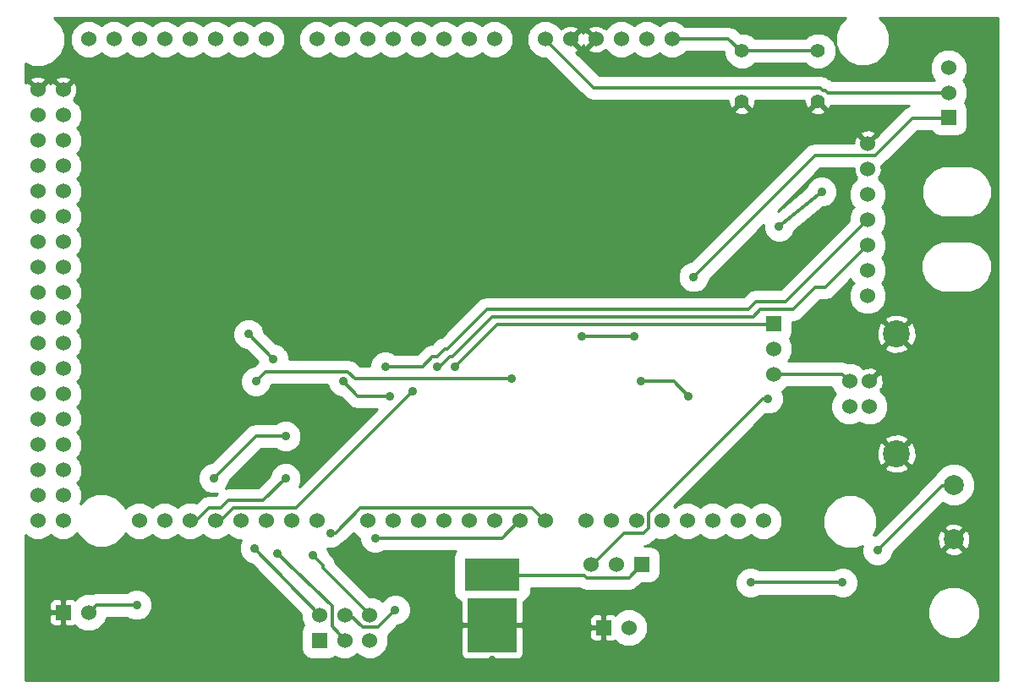
<source format=gbl>
G04 (created by PCBNEW-RS274X (2011-nov-30)-testing) date Mon 11 Jun 2012 06:12:24 PM EDT*
%MOIN*%
G04 Gerber Fmt 3.4, Leading zero omitted, Abs format*
%FSLAX34Y34*%
G01*
G70*
G90*
G04 APERTURE LIST*
%ADD10C,0.006*%
%ADD11R,0.06X0.06*%
%ADD12C,0.06*%
%ADD13C,0.0787*%
%ADD14R,0.1968X0.2165*%
%ADD15R,0.2165X0.1298*%
%ADD16C,0.1063*%
%ADD17C,0.055*%
%ADD18C,0.035*%
%ADD19C,0.012*%
%ADD20C,0.014*%
%ADD21C,0.01*%
G04 APERTURE END LIST*
G54D10*
G54D11*
X12238Y2173D03*
G54D12*
X13218Y2173D03*
X14198Y2173D03*
X13218Y3157D03*
X12238Y3157D03*
X14202Y3157D03*
G54D13*
X37218Y6140D03*
X37218Y8305D03*
G54D12*
X33825Y15756D03*
X33826Y16757D03*
X33826Y17757D03*
X33826Y18757D03*
X33826Y19757D03*
X33826Y20757D03*
X33826Y21757D03*
G54D11*
X37018Y22781D03*
G54D12*
X37018Y23765D03*
X37018Y24749D03*
X12118Y6874D03*
X11118Y6874D03*
X10118Y6874D03*
X9118Y6874D03*
X8118Y6874D03*
X7118Y6874D03*
X6118Y6874D03*
X5118Y6874D03*
X3118Y25874D03*
X4118Y25874D03*
X5118Y25874D03*
X6118Y25874D03*
X10118Y25874D03*
X12118Y25874D03*
X13118Y25874D03*
X9118Y25874D03*
X8118Y25874D03*
X7118Y25874D03*
X14118Y25874D03*
X15118Y25874D03*
X16118Y25874D03*
X19118Y25874D03*
X18118Y25874D03*
X17118Y25874D03*
X21118Y25875D03*
X22118Y25874D03*
X23118Y25874D03*
X25118Y25874D03*
X26118Y25874D03*
X14118Y6874D03*
X15118Y6874D03*
X16118Y6874D03*
X17118Y6874D03*
X18118Y6874D03*
X19118Y6874D03*
X20118Y6874D03*
X21118Y6874D03*
X22718Y6874D03*
X23718Y6874D03*
X24718Y6874D03*
X25718Y6874D03*
X26718Y6874D03*
X27718Y6874D03*
X28718Y6874D03*
X29718Y6874D03*
X24118Y25874D03*
X2118Y7874D03*
X1118Y7874D03*
X2118Y8874D03*
X1118Y8874D03*
X2118Y9874D03*
X1118Y9874D03*
X2118Y10874D03*
X1118Y10874D03*
X2118Y6874D03*
X1118Y6874D03*
X1118Y11874D03*
X2118Y11874D03*
X2118Y12874D03*
X1118Y12874D03*
X2118Y13874D03*
X1118Y13874D03*
X2118Y14874D03*
X1118Y14874D03*
X2118Y15874D03*
X1118Y15874D03*
X2118Y16874D03*
X1118Y16874D03*
X2118Y17874D03*
X1118Y17874D03*
X2118Y18874D03*
X1118Y18874D03*
X2118Y19874D03*
X1118Y19874D03*
X2118Y20874D03*
X1118Y20874D03*
X2118Y21874D03*
X1118Y21874D03*
X2118Y22874D03*
X1118Y22874D03*
X2118Y23874D03*
X1118Y23874D03*
G54D11*
X23418Y2665D03*
G54D12*
X24418Y2665D03*
G54D14*
X19018Y2766D03*
G54D15*
X19018Y4765D03*
G54D12*
X33110Y12390D03*
X33110Y11390D03*
X33897Y11390D03*
X33897Y12390D03*
G54D16*
X34960Y14252D03*
X34960Y9528D03*
G54D11*
X2118Y3265D03*
G54D12*
X3118Y3265D03*
G54D11*
X30118Y14665D03*
G54D12*
X30118Y13665D03*
X30118Y12665D03*
G54D11*
X24918Y5165D03*
G54D12*
X23918Y5165D03*
X22918Y5165D03*
G54D17*
X28868Y23415D03*
X28868Y25415D03*
X31868Y23415D03*
X31868Y25415D03*
G54D18*
X24902Y12379D03*
X29214Y4441D03*
X34212Y5715D03*
X26764Y11791D03*
X32840Y4441D03*
X8046Y8557D03*
X10888Y10223D03*
X17552Y12967D03*
X13142Y12379D03*
X15004Y11791D03*
X5008Y3559D03*
X30335Y18484D03*
X32008Y19862D03*
X14416Y6205D03*
X11966Y5519D03*
X12652Y6401D03*
X15200Y3363D03*
X10551Y5590D03*
X10398Y13261D03*
X9418Y14241D03*
X16866Y12967D03*
X15886Y11987D03*
X10888Y8557D03*
X14808Y12967D03*
X29900Y11693D03*
X9665Y5787D03*
X26960Y16495D03*
X22550Y14143D03*
X9712Y12379D03*
X24608Y14143D03*
X19806Y12477D03*
X20590Y1850D03*
X11732Y8937D03*
X8976Y8425D03*
X30827Y21437D03*
G54D19*
X37250Y8263D02*
X37218Y8305D01*
X26176Y12379D02*
X24902Y12379D01*
X36760Y8263D02*
X37250Y8263D01*
X34212Y5715D02*
X36760Y8263D01*
X29214Y4441D02*
X32840Y4441D01*
X26764Y11791D02*
X26176Y12379D01*
X3118Y3265D02*
X3146Y3265D01*
X3146Y3265D02*
X3440Y3559D01*
X9712Y10223D02*
X10888Y10223D01*
X30096Y14633D02*
X30118Y14665D01*
X19218Y14633D02*
X30096Y14633D01*
X17552Y12967D02*
X19218Y14633D01*
X3440Y3559D02*
X5008Y3559D01*
X8046Y8557D02*
X9712Y10223D01*
X13142Y12379D02*
X13730Y11791D01*
X13730Y11791D02*
X15004Y11791D01*
X32008Y19862D02*
X30335Y18484D01*
X32840Y12673D02*
X30096Y12673D01*
X33110Y12390D02*
X33134Y12379D01*
X30096Y12673D02*
X30118Y12665D01*
X33134Y12379D02*
X32840Y12673D01*
X20100Y6891D02*
X19414Y6205D01*
X19414Y6205D02*
X14416Y6205D01*
X20118Y6874D02*
X20100Y6891D01*
X12358Y5029D02*
X14220Y3167D01*
X20590Y7381D02*
X13828Y7381D01*
X11966Y5519D02*
X12358Y5127D01*
X12848Y6401D02*
X12652Y6401D01*
X21118Y6874D02*
X21080Y6891D01*
X12358Y5127D02*
X12358Y5029D01*
X14220Y3167D02*
X14202Y3157D01*
X13828Y7381D02*
X12848Y6401D01*
X21080Y6891D02*
X20590Y7381D01*
X13240Y3167D02*
X13218Y3157D01*
X14514Y2677D02*
X13926Y2677D01*
X15200Y3363D02*
X14514Y2677D01*
X13436Y3167D02*
X13240Y3167D01*
X13926Y2677D02*
X13436Y3167D01*
X13218Y2173D02*
X12716Y2736D01*
X12716Y3523D02*
X10551Y5590D01*
X12716Y2736D02*
X12716Y3523D01*
X10398Y13261D02*
X9418Y14241D01*
X19022Y14927D02*
X17454Y13359D01*
X33826Y17757D02*
X33820Y17769D01*
X8830Y7381D02*
X8340Y6891D01*
X29312Y14927D02*
X19022Y14927D01*
X33820Y17769D02*
X32154Y16103D01*
X32154Y16103D02*
X31762Y16103D01*
X29606Y15221D02*
X29312Y14927D01*
X15886Y11987D02*
X11280Y7381D01*
X8340Y6891D02*
X8144Y6891D01*
X17454Y13359D02*
X17356Y13359D01*
X16964Y12967D02*
X16866Y12967D01*
X31762Y16103D02*
X30880Y15221D01*
X8144Y6891D02*
X8118Y6874D01*
X30880Y15221D02*
X29606Y15221D01*
X11280Y7381D02*
X8830Y7381D01*
X17356Y13359D02*
X16964Y12967D01*
X17258Y13653D02*
X17160Y13653D01*
X16278Y12967D02*
X14808Y12967D01*
X29116Y15221D02*
X18826Y15221D01*
X16670Y13359D02*
X16278Y12967D01*
X30586Y15515D02*
X29410Y15515D01*
X29410Y15515D02*
X29116Y15221D01*
X33826Y18757D02*
X33820Y18749D01*
X33820Y18749D02*
X30586Y15515D01*
X17160Y13653D02*
X16866Y13359D01*
X18826Y15221D02*
X17258Y13653D01*
X10888Y8557D02*
X10006Y7675D01*
X7850Y7381D02*
X7360Y6891D01*
X8634Y7675D02*
X8340Y7381D01*
X7164Y6891D02*
X7118Y6874D01*
X10006Y7675D02*
X8634Y7675D01*
X16866Y13359D02*
X16670Y13359D01*
X7360Y6891D02*
X7164Y6891D01*
X8340Y7381D02*
X7850Y7381D01*
X25196Y7185D02*
X29704Y11693D01*
X24216Y6401D02*
X25000Y6401D01*
X22942Y5127D02*
X24216Y6401D01*
X22918Y5165D02*
X22942Y5127D01*
X29704Y11693D02*
X29900Y11693D01*
X25000Y6401D02*
X25196Y6597D01*
X25196Y6597D02*
X25196Y7185D01*
X24902Y5127D02*
X24412Y4637D01*
X24918Y5165D02*
X24902Y5127D01*
X22648Y4735D02*
X19022Y4735D01*
X24412Y4637D02*
X22746Y4637D01*
X19022Y4735D02*
X19018Y4765D01*
X22746Y4637D02*
X22648Y4735D01*
X37054Y22767D02*
X37018Y22781D01*
X31762Y21297D02*
X34114Y21297D01*
X26960Y16495D02*
X31762Y21297D01*
X13632Y12477D02*
X19806Y12477D01*
X13338Y12771D02*
X13632Y12477D01*
X10104Y12771D02*
X13338Y12771D01*
X35584Y22767D02*
X37054Y22767D01*
G54D20*
X12238Y3157D02*
X9665Y5787D01*
G54D19*
X22550Y14143D02*
X24608Y14143D01*
X9712Y12379D02*
X10104Y12771D01*
X34114Y21297D02*
X35584Y22767D01*
X23040Y23943D02*
X31958Y23943D01*
X32154Y23845D02*
X32252Y23747D01*
X21080Y25903D02*
X23040Y23943D01*
X32056Y23845D02*
X32154Y23845D01*
X32252Y23747D02*
X37054Y23747D01*
X37054Y23747D02*
X37018Y23765D01*
X21118Y25875D02*
X21080Y25903D01*
X31958Y23943D02*
X32056Y23845D01*
X28868Y25415D02*
X28822Y25413D01*
X28822Y25413D02*
X28332Y25903D01*
X28332Y25903D02*
X26078Y25903D01*
X26078Y25903D02*
X26118Y25874D01*
X31868Y25415D02*
X31860Y25413D01*
X31860Y25413D02*
X28822Y25413D01*
X28822Y25413D02*
X28868Y25415D01*
G54D10*
G36*
X33897Y20757D02*
X33826Y20686D01*
X33755Y20757D01*
X33793Y20795D01*
X33859Y20795D01*
X33897Y20757D01*
X33897Y20757D01*
G37*
G54D21*
X33897Y20757D02*
X33826Y20686D01*
X33755Y20757D01*
X33793Y20795D01*
X33859Y20795D01*
X33897Y20757D01*
G54D10*
G36*
X38970Y596D02*
X38727Y596D01*
X38727Y19660D01*
X38727Y20062D01*
X38573Y20434D01*
X38289Y20719D01*
X37917Y20874D01*
X37760Y20874D01*
X37515Y20874D01*
X36753Y20874D01*
X36381Y20720D01*
X36096Y20436D01*
X35941Y20064D01*
X35941Y19662D01*
X36095Y19290D01*
X36379Y19005D01*
X36751Y18850D01*
X37153Y18850D01*
X37915Y18850D01*
X38287Y19004D01*
X38572Y19288D01*
X38727Y19660D01*
X38727Y596D01*
X38715Y596D01*
X38715Y16708D01*
X38715Y17110D01*
X38562Y17482D01*
X38277Y17766D01*
X37906Y17921D01*
X37504Y17921D01*
X36740Y17921D01*
X36368Y17768D01*
X36084Y17483D01*
X35929Y17112D01*
X35929Y16710D01*
X36082Y16338D01*
X36367Y16054D01*
X36738Y15899D01*
X37140Y15899D01*
X37904Y15899D01*
X38276Y16052D01*
X38560Y16337D01*
X38715Y16708D01*
X38715Y596D01*
X38250Y596D01*
X38250Y3059D01*
X38250Y3469D01*
X38093Y3848D01*
X38053Y3889D01*
X38053Y8138D01*
X38053Y8470D01*
X37926Y8777D01*
X37692Y9012D01*
X37385Y9140D01*
X37053Y9140D01*
X36746Y9013D01*
X36511Y8779D01*
X36459Y8655D01*
X36458Y8655D01*
X36405Y8618D01*
X35743Y7956D01*
X35743Y9392D01*
X35743Y14116D01*
X35736Y14427D01*
X35632Y14678D01*
X35513Y14734D01*
X35442Y14663D01*
X35442Y14805D01*
X35386Y14924D01*
X35096Y15035D01*
X34785Y15028D01*
X34534Y14924D01*
X34478Y14805D01*
X34960Y14323D01*
X35442Y14805D01*
X35442Y14663D01*
X35031Y14252D01*
X35513Y13770D01*
X35632Y13826D01*
X35743Y14116D01*
X35743Y9392D01*
X35736Y9703D01*
X35632Y9954D01*
X35513Y10010D01*
X35442Y9939D01*
X35442Y10081D01*
X35442Y13699D01*
X34960Y14181D01*
X34889Y14110D01*
X34889Y14252D01*
X34407Y14734D01*
X34288Y14678D01*
X34177Y14388D01*
X34184Y14077D01*
X34288Y13826D01*
X34407Y13770D01*
X34889Y14252D01*
X34889Y14110D01*
X34478Y13699D01*
X34534Y13580D01*
X34824Y13469D01*
X35135Y13476D01*
X35386Y13580D01*
X35442Y13699D01*
X35442Y10081D01*
X35386Y10200D01*
X35096Y10311D01*
X34785Y10304D01*
X34534Y10200D01*
X34478Y10081D01*
X34960Y9599D01*
X35442Y10081D01*
X35442Y9939D01*
X35031Y9528D01*
X35513Y9046D01*
X35632Y9102D01*
X35743Y9392D01*
X35743Y7956D01*
X35442Y7655D01*
X35442Y8975D01*
X34960Y9457D01*
X34889Y9386D01*
X34889Y9528D01*
X34407Y10010D01*
X34288Y9954D01*
X34177Y9664D01*
X34184Y9353D01*
X34288Y9102D01*
X34407Y9046D01*
X34889Y9528D01*
X34889Y9386D01*
X34478Y8975D01*
X34534Y8856D01*
X34824Y8745D01*
X35135Y8752D01*
X35386Y8856D01*
X35442Y8975D01*
X35442Y7655D01*
X34119Y6332D01*
X34090Y6332D01*
X34064Y6322D01*
X34196Y6637D01*
X34196Y7061D01*
X34034Y7453D01*
X33735Y7753D01*
X33343Y7916D01*
X32919Y7916D01*
X32527Y7754D01*
X32227Y7455D01*
X32064Y7063D01*
X32064Y6639D01*
X32226Y6247D01*
X32525Y5947D01*
X32917Y5784D01*
X33341Y5784D01*
X33620Y5900D01*
X33595Y5838D01*
X33595Y5593D01*
X33689Y5366D01*
X33862Y5192D01*
X34089Y5098D01*
X34334Y5098D01*
X34561Y5192D01*
X34735Y5365D01*
X34829Y5592D01*
X34829Y5622D01*
X36787Y7581D01*
X37051Y7470D01*
X37383Y7470D01*
X37690Y7597D01*
X37925Y7831D01*
X38053Y8138D01*
X38053Y3889D01*
X37864Y4078D01*
X37864Y6037D01*
X37855Y6292D01*
X37776Y6483D01*
X37671Y6522D01*
X37600Y6451D01*
X37600Y6593D01*
X37561Y6698D01*
X37321Y6786D01*
X37066Y6777D01*
X36875Y6698D01*
X36836Y6593D01*
X37218Y6211D01*
X37600Y6593D01*
X37600Y6451D01*
X37289Y6140D01*
X37671Y5758D01*
X37776Y5797D01*
X37864Y6037D01*
X37864Y4078D01*
X37803Y4139D01*
X37600Y4224D01*
X37600Y5687D01*
X37218Y6069D01*
X37147Y5998D01*
X37147Y6140D01*
X36765Y6522D01*
X36660Y6483D01*
X36572Y6243D01*
X36581Y5988D01*
X36660Y5797D01*
X36765Y5758D01*
X37147Y6140D01*
X37147Y5998D01*
X36836Y5687D01*
X36875Y5582D01*
X37115Y5494D01*
X37370Y5503D01*
X37561Y5582D01*
X37600Y5687D01*
X37600Y4224D01*
X37424Y4297D01*
X37014Y4297D01*
X36635Y4140D01*
X36344Y3850D01*
X36186Y3471D01*
X36186Y3061D01*
X36343Y2682D01*
X36633Y2391D01*
X37012Y2233D01*
X37422Y2233D01*
X37801Y2390D01*
X38092Y2680D01*
X38250Y3059D01*
X38250Y596D01*
X33457Y596D01*
X33457Y4318D01*
X33457Y4563D01*
X33363Y4790D01*
X33190Y4964D01*
X32963Y5058D01*
X32718Y5058D01*
X32491Y4964D01*
X32469Y4943D01*
X29584Y4943D01*
X29564Y4964D01*
X29337Y5058D01*
X29092Y5058D01*
X28865Y4964D01*
X28691Y4791D01*
X28597Y4564D01*
X28597Y4319D01*
X28691Y4092D01*
X28864Y3918D01*
X29091Y3824D01*
X29336Y3824D01*
X29563Y3918D01*
X29584Y3939D01*
X32469Y3939D01*
X32490Y3918D01*
X32717Y3824D01*
X32962Y3824D01*
X33189Y3918D01*
X33363Y4091D01*
X33457Y4318D01*
X33457Y596D01*
X25160Y596D01*
X25160Y2517D01*
X25160Y2812D01*
X25047Y3085D01*
X24839Y3294D01*
X24566Y3407D01*
X24271Y3407D01*
X23998Y3294D01*
X23869Y3166D01*
X23859Y3176D01*
X23767Y3214D01*
X23530Y3215D01*
X23468Y3153D01*
X23468Y2765D01*
X23468Y2715D01*
X23468Y2615D01*
X23468Y2565D01*
X23468Y2177D01*
X23530Y2115D01*
X23767Y2116D01*
X23859Y2154D01*
X23869Y2165D01*
X23997Y2036D01*
X24270Y1923D01*
X24565Y1923D01*
X24838Y2036D01*
X25047Y2244D01*
X25160Y2517D01*
X25160Y596D01*
X23368Y596D01*
X23368Y2177D01*
X23368Y2615D01*
X23368Y2715D01*
X23368Y3153D01*
X23306Y3215D01*
X23069Y3214D01*
X22977Y3176D01*
X22907Y3106D01*
X22869Y3015D01*
X22869Y2916D01*
X22868Y2777D01*
X22930Y2715D01*
X23368Y2715D01*
X23368Y2615D01*
X22930Y2615D01*
X22868Y2553D01*
X22869Y2414D01*
X22869Y2315D01*
X22907Y2224D01*
X22977Y2154D01*
X23069Y2116D01*
X23306Y2115D01*
X23368Y2177D01*
X23368Y596D01*
X5625Y596D01*
X5625Y3436D01*
X5625Y3681D01*
X5531Y3908D01*
X5358Y4082D01*
X5131Y4176D01*
X4886Y4176D01*
X4659Y4082D01*
X4637Y4061D01*
X3440Y4061D01*
X3248Y4023D01*
X3224Y4007D01*
X2971Y4007D01*
X2698Y3894D01*
X2569Y3766D01*
X2559Y3776D01*
X2467Y3814D01*
X2230Y3815D01*
X2168Y3753D01*
X2168Y3365D01*
X2168Y3315D01*
X2168Y3215D01*
X2168Y3165D01*
X2168Y2777D01*
X2230Y2715D01*
X2467Y2716D01*
X2559Y2754D01*
X2569Y2765D01*
X2697Y2636D01*
X2970Y2523D01*
X3265Y2523D01*
X3538Y2636D01*
X3747Y2844D01*
X3835Y3057D01*
X4637Y3057D01*
X4658Y3036D01*
X4885Y2942D01*
X5130Y2942D01*
X5357Y3036D01*
X5531Y3209D01*
X5625Y3436D01*
X5625Y596D01*
X2068Y596D01*
X2068Y2777D01*
X2068Y3215D01*
X2068Y3315D01*
X2068Y3753D01*
X2006Y3815D01*
X1769Y3814D01*
X1677Y3776D01*
X1607Y3706D01*
X1569Y3615D01*
X1569Y3516D01*
X1568Y3377D01*
X1630Y3315D01*
X2068Y3315D01*
X2068Y3215D01*
X1630Y3215D01*
X1568Y3153D01*
X1569Y3014D01*
X1569Y2915D01*
X1607Y2824D01*
X1677Y2754D01*
X1769Y2716D01*
X2006Y2715D01*
X2068Y2777D01*
X2068Y596D01*
X635Y596D01*
X635Y6308D01*
X697Y6245D01*
X970Y6132D01*
X1265Y6132D01*
X1538Y6245D01*
X1617Y6325D01*
X1697Y6245D01*
X1970Y6132D01*
X2265Y6132D01*
X2538Y6245D01*
X2672Y6379D01*
X2714Y6277D01*
X3013Y5977D01*
X3405Y5814D01*
X3829Y5814D01*
X4221Y5976D01*
X4521Y6275D01*
X4564Y6379D01*
X4697Y6245D01*
X4970Y6132D01*
X5265Y6132D01*
X5538Y6245D01*
X5617Y6325D01*
X5697Y6245D01*
X5970Y6132D01*
X6265Y6132D01*
X6538Y6245D01*
X6617Y6325D01*
X6697Y6245D01*
X6970Y6132D01*
X7265Y6132D01*
X7538Y6245D01*
X7617Y6325D01*
X7697Y6245D01*
X7970Y6132D01*
X8265Y6132D01*
X8538Y6245D01*
X8617Y6325D01*
X8697Y6245D01*
X8970Y6132D01*
X9139Y6132D01*
X9048Y5910D01*
X9048Y5665D01*
X9142Y5438D01*
X9315Y5264D01*
X9542Y5170D01*
X9552Y5170D01*
X11496Y3186D01*
X11496Y3010D01*
X11600Y2759D01*
X11565Y2723D01*
X11497Y2561D01*
X11497Y2386D01*
X11497Y1786D01*
X11564Y1624D01*
X11688Y1500D01*
X11850Y1432D01*
X12025Y1432D01*
X12625Y1432D01*
X12787Y1499D01*
X12821Y1534D01*
X13070Y1431D01*
X13365Y1431D01*
X13638Y1544D01*
X13707Y1614D01*
X13777Y1544D01*
X14050Y1431D01*
X14345Y1431D01*
X14618Y1544D01*
X14827Y1752D01*
X14940Y2025D01*
X14940Y2320D01*
X14918Y2372D01*
X15293Y2746D01*
X15322Y2746D01*
X15549Y2840D01*
X15723Y3013D01*
X15817Y3240D01*
X15817Y3485D01*
X15723Y3712D01*
X15550Y3886D01*
X15323Y3980D01*
X15078Y3980D01*
X14851Y3886D01*
X14686Y3723D01*
X14623Y3786D01*
X14350Y3899D01*
X14198Y3899D01*
X12833Y5264D01*
X12832Y5265D01*
X12822Y5319D01*
X12822Y5320D01*
X12713Y5482D01*
X12583Y5612D01*
X12583Y5641D01*
X12522Y5787D01*
X12529Y5784D01*
X12774Y5784D01*
X13001Y5878D01*
X13102Y5979D01*
X13203Y6046D01*
X13549Y6393D01*
X13697Y6245D01*
X13799Y6203D01*
X13799Y6083D01*
X13893Y5856D01*
X14066Y5682D01*
X14293Y5588D01*
X14538Y5588D01*
X14765Y5682D01*
X14786Y5703D01*
X17602Y5703D01*
X17563Y5664D01*
X17495Y5502D01*
X17495Y5327D01*
X17495Y4029D01*
X17562Y3867D01*
X17686Y3743D01*
X17784Y3702D01*
X17784Y2878D01*
X17846Y2816D01*
X18202Y2816D01*
X18202Y2716D01*
X17846Y2716D01*
X17784Y2654D01*
X17785Y1635D01*
X17823Y1543D01*
X17893Y1473D01*
X17984Y1435D01*
X18083Y1435D01*
X18906Y1434D01*
X18968Y1496D01*
X18968Y1509D01*
X19068Y1509D01*
X19068Y1496D01*
X19130Y1434D01*
X19953Y1435D01*
X20052Y1435D01*
X20143Y1473D01*
X20213Y1543D01*
X20251Y1635D01*
X20252Y2654D01*
X20190Y2716D01*
X19834Y2716D01*
X19834Y2816D01*
X20190Y2816D01*
X20252Y2878D01*
X20251Y3702D01*
X20349Y3742D01*
X20473Y3866D01*
X20541Y4028D01*
X20541Y4203D01*
X20541Y4233D01*
X22464Y4233D01*
X22553Y4174D01*
X22554Y4173D01*
X22746Y4135D01*
X24412Y4135D01*
X24604Y4173D01*
X24767Y4282D01*
X24909Y4424D01*
X25305Y4424D01*
X25467Y4491D01*
X25591Y4615D01*
X25659Y4777D01*
X25659Y4952D01*
X25659Y5552D01*
X25592Y5714D01*
X25468Y5838D01*
X25306Y5906D01*
X25131Y5906D01*
X25035Y5906D01*
X25192Y5937D01*
X25355Y6046D01*
X25478Y6170D01*
X25570Y6132D01*
X25865Y6132D01*
X26138Y6245D01*
X26217Y6325D01*
X26297Y6245D01*
X26570Y6132D01*
X26865Y6132D01*
X27138Y6245D01*
X27217Y6325D01*
X27297Y6245D01*
X27570Y6132D01*
X27865Y6132D01*
X28138Y6245D01*
X28217Y6325D01*
X28297Y6245D01*
X28570Y6132D01*
X28865Y6132D01*
X29138Y6245D01*
X29217Y6325D01*
X29297Y6245D01*
X29570Y6132D01*
X29865Y6132D01*
X30138Y6245D01*
X30347Y6453D01*
X30460Y6726D01*
X30460Y7021D01*
X30347Y7294D01*
X30139Y7503D01*
X29866Y7616D01*
X29571Y7616D01*
X29298Y7503D01*
X29218Y7424D01*
X29139Y7503D01*
X28866Y7616D01*
X28571Y7616D01*
X28298Y7503D01*
X28218Y7424D01*
X28139Y7503D01*
X27866Y7616D01*
X27571Y7616D01*
X27298Y7503D01*
X27218Y7424D01*
X27139Y7503D01*
X26866Y7616D01*
X26571Y7616D01*
X26298Y7503D01*
X26218Y7424D01*
X26181Y7461D01*
X29797Y11076D01*
X30022Y11076D01*
X30249Y11170D01*
X30423Y11343D01*
X30517Y11570D01*
X30517Y11815D01*
X30441Y11997D01*
X30538Y12036D01*
X30673Y12171D01*
X32397Y12171D01*
X32481Y11970D01*
X32560Y11891D01*
X32481Y11811D01*
X32368Y11538D01*
X32368Y11243D01*
X32481Y10970D01*
X32689Y10761D01*
X32962Y10648D01*
X33257Y10648D01*
X33503Y10750D01*
X33749Y10648D01*
X34044Y10648D01*
X34317Y10761D01*
X34526Y10969D01*
X34639Y11242D01*
X34639Y11537D01*
X34526Y11810D01*
X34450Y11887D01*
X34318Y12019D01*
X34317Y12020D01*
X34363Y12065D01*
X34336Y12092D01*
X34377Y12104D01*
X34450Y12309D01*
X34439Y12527D01*
X34377Y12676D01*
X34282Y12705D01*
X33968Y12390D01*
X33897Y12319D01*
X33852Y12364D01*
X33852Y12416D01*
X33897Y12461D01*
X33932Y12496D01*
X34212Y12775D01*
X34183Y12870D01*
X33978Y12943D01*
X33760Y12932D01*
X33659Y12891D01*
X33531Y13019D01*
X33258Y13132D01*
X33039Y13132D01*
X33032Y13137D01*
X32840Y13175D01*
X30677Y13175D01*
X30747Y13244D01*
X30860Y13517D01*
X30860Y13812D01*
X30751Y14076D01*
X30791Y14115D01*
X30859Y14277D01*
X30859Y14452D01*
X30859Y14719D01*
X30880Y14719D01*
X31072Y14757D01*
X31235Y14866D01*
X31970Y15601D01*
X32154Y15601D01*
X32346Y15639D01*
X32509Y15748D01*
X33168Y16408D01*
X33197Y16337D01*
X33276Y16258D01*
X33196Y16177D01*
X33083Y15904D01*
X33083Y15609D01*
X33196Y15336D01*
X33404Y15127D01*
X33677Y15014D01*
X33972Y15014D01*
X34245Y15127D01*
X34454Y15335D01*
X34567Y15608D01*
X34567Y15903D01*
X34454Y16176D01*
X34374Y16256D01*
X34455Y16336D01*
X34568Y16609D01*
X34568Y16904D01*
X34455Y17177D01*
X34375Y17257D01*
X34455Y17336D01*
X34568Y17609D01*
X34568Y17904D01*
X34455Y18177D01*
X34375Y18257D01*
X34455Y18336D01*
X34568Y18609D01*
X34568Y18904D01*
X34455Y19177D01*
X34375Y19257D01*
X34455Y19336D01*
X34568Y19609D01*
X34568Y19904D01*
X34455Y20177D01*
X34247Y20386D01*
X34246Y20387D01*
X34292Y20432D01*
X34265Y20459D01*
X34306Y20471D01*
X34379Y20676D01*
X34368Y20876D01*
X34469Y20942D01*
X35792Y22265D01*
X36330Y22265D01*
X36344Y22232D01*
X36468Y22108D01*
X36630Y22040D01*
X36805Y22040D01*
X37405Y22040D01*
X37567Y22107D01*
X37691Y22231D01*
X37759Y22393D01*
X37759Y22568D01*
X37759Y23168D01*
X37692Y23330D01*
X37656Y23366D01*
X37760Y23617D01*
X37760Y23912D01*
X37647Y24185D01*
X37575Y24257D01*
X37647Y24328D01*
X37760Y24601D01*
X37760Y24896D01*
X37647Y25169D01*
X37439Y25378D01*
X37166Y25491D01*
X36871Y25491D01*
X36598Y25378D01*
X36389Y25170D01*
X36276Y24897D01*
X36276Y24602D01*
X36389Y24329D01*
X36460Y24258D01*
X36452Y24249D01*
X32585Y24249D01*
X32585Y25272D01*
X32585Y25557D01*
X32476Y25821D01*
X32275Y26022D01*
X32011Y26132D01*
X31726Y26132D01*
X31462Y26023D01*
X31354Y25915D01*
X29382Y25915D01*
X29275Y26022D01*
X29011Y26132D01*
X28813Y26132D01*
X28687Y26258D01*
X28524Y26367D01*
X28332Y26405D01*
X26636Y26405D01*
X26539Y26503D01*
X26266Y26616D01*
X25971Y26616D01*
X25698Y26503D01*
X25618Y26424D01*
X25539Y26503D01*
X25266Y26616D01*
X24971Y26616D01*
X24698Y26503D01*
X24618Y26424D01*
X24539Y26503D01*
X24266Y26616D01*
X23971Y26616D01*
X23698Y26503D01*
X23489Y26295D01*
X23488Y26295D01*
X23443Y26340D01*
X23416Y26314D01*
X23404Y26354D01*
X23199Y26427D01*
X22981Y26416D01*
X22832Y26354D01*
X22803Y26259D01*
X23083Y25980D01*
X23118Y25945D01*
X23189Y25874D01*
X23118Y25803D01*
X23047Y25733D01*
X23047Y25874D01*
X22733Y26189D01*
X22638Y26160D01*
X22619Y26109D01*
X22598Y26160D01*
X22503Y26189D01*
X22433Y26119D01*
X22189Y25874D01*
X22503Y25559D01*
X22598Y25588D01*
X22616Y25640D01*
X22638Y25588D01*
X22733Y25559D01*
X23047Y25874D01*
X23047Y25733D01*
X22803Y25489D01*
X22832Y25394D01*
X23037Y25321D01*
X23255Y25332D01*
X23404Y25394D01*
X23416Y25435D01*
X23433Y25418D01*
X23443Y25408D01*
X23489Y25454D01*
X23697Y25245D01*
X23970Y25132D01*
X24265Y25132D01*
X24538Y25245D01*
X24617Y25325D01*
X24697Y25245D01*
X24970Y25132D01*
X25265Y25132D01*
X25538Y25245D01*
X25617Y25325D01*
X25697Y25245D01*
X25970Y25132D01*
X26265Y25132D01*
X26538Y25245D01*
X26694Y25401D01*
X28124Y25401D01*
X28151Y25374D01*
X28151Y25273D01*
X28260Y25009D01*
X28461Y24808D01*
X28725Y24698D01*
X29010Y24698D01*
X29274Y24807D01*
X29378Y24911D01*
X31358Y24911D01*
X31461Y24808D01*
X31725Y24698D01*
X32010Y24698D01*
X32274Y24807D01*
X32475Y25008D01*
X32585Y25272D01*
X32585Y24249D01*
X32435Y24249D01*
X32346Y24309D01*
X32275Y24323D01*
X32150Y24407D01*
X31958Y24445D01*
X23433Y24445D01*
X23248Y24445D01*
X22329Y25364D01*
X22404Y25394D01*
X22433Y25489D01*
X22153Y25768D01*
X22118Y25803D01*
X22047Y25874D01*
X22118Y25945D01*
X22153Y25980D01*
X22433Y26259D01*
X22404Y26354D01*
X22199Y26427D01*
X21981Y26416D01*
X21832Y26354D01*
X21819Y26314D01*
X21793Y26340D01*
X21747Y26295D01*
X21539Y26504D01*
X21266Y26617D01*
X20971Y26617D01*
X20698Y26504D01*
X20489Y26296D01*
X20376Y26023D01*
X20376Y25728D01*
X20489Y25455D01*
X20697Y25246D01*
X20970Y25133D01*
X21140Y25133D01*
X22684Y23589D01*
X22685Y23588D01*
X22847Y23480D01*
X22848Y23479D01*
X23039Y23442D01*
X23040Y23441D01*
X28340Y23441D01*
X28350Y23283D01*
X28408Y23143D01*
X28500Y23118D01*
X28762Y23380D01*
X28797Y23415D01*
X28823Y23441D01*
X28913Y23441D01*
X28939Y23415D01*
X28974Y23380D01*
X29236Y23118D01*
X29328Y23143D01*
X29398Y23339D01*
X29392Y23441D01*
X31340Y23441D01*
X31350Y23283D01*
X31408Y23143D01*
X31500Y23118D01*
X31762Y23380D01*
X31797Y23415D01*
X31803Y23422D01*
X31863Y23382D01*
X31864Y23381D01*
X31933Y23368D01*
X31934Y23368D01*
X32059Y23284D01*
X32060Y23283D01*
X32073Y23281D01*
X32236Y23118D01*
X32328Y23143D01*
X32364Y23245D01*
X35462Y23245D01*
X35392Y23231D01*
X35229Y23122D01*
X35228Y23122D01*
X35228Y23121D01*
X34141Y22034D01*
X34141Y22142D01*
X34112Y22237D01*
X33907Y22310D01*
X33689Y22299D01*
X33540Y22237D01*
X33511Y22142D01*
X33826Y21828D01*
X34141Y22142D01*
X34141Y22034D01*
X33906Y21799D01*
X33713Y21799D01*
X33441Y22072D01*
X33346Y22043D01*
X33273Y21838D01*
X33274Y21799D01*
X32165Y21799D01*
X32165Y23047D01*
X31868Y23344D01*
X31571Y23047D01*
X31596Y22955D01*
X31792Y22885D01*
X32000Y22897D01*
X32140Y22955D01*
X32165Y23047D01*
X32165Y21799D01*
X31762Y21799D01*
X31570Y21761D01*
X31407Y21652D01*
X29165Y19410D01*
X29165Y23047D01*
X28868Y23344D01*
X28571Y23047D01*
X28596Y22955D01*
X28792Y22885D01*
X29000Y22897D01*
X29140Y22955D01*
X29165Y23047D01*
X29165Y19410D01*
X26867Y17112D01*
X26838Y17112D01*
X26611Y17018D01*
X26437Y16845D01*
X26343Y16618D01*
X26343Y16373D01*
X26437Y16146D01*
X26610Y15972D01*
X26837Y15878D01*
X27082Y15878D01*
X27309Y15972D01*
X27483Y16145D01*
X27577Y16372D01*
X27577Y16402D01*
X29718Y18543D01*
X29718Y18362D01*
X29812Y18135D01*
X29985Y17961D01*
X30212Y17867D01*
X30457Y17867D01*
X30684Y17961D01*
X30858Y18134D01*
X30940Y18334D01*
X32046Y19245D01*
X32130Y19245D01*
X32357Y19339D01*
X32531Y19512D01*
X32625Y19739D01*
X32625Y19984D01*
X32531Y20211D01*
X32358Y20385D01*
X32131Y20479D01*
X31886Y20479D01*
X31659Y20385D01*
X31485Y20212D01*
X31403Y20016D01*
X30294Y19101D01*
X30276Y19101D01*
X31970Y20795D01*
X33275Y20795D01*
X33284Y20620D01*
X33346Y20471D01*
X33386Y20459D01*
X33360Y20432D01*
X33406Y20386D01*
X33197Y20178D01*
X33084Y19905D01*
X33084Y19610D01*
X33197Y19337D01*
X33276Y19258D01*
X33197Y19178D01*
X33084Y18905D01*
X33084Y18723D01*
X30378Y16017D01*
X29410Y16017D01*
X29218Y15979D01*
X29055Y15870D01*
X29054Y15870D01*
X29054Y15869D01*
X28908Y15723D01*
X19860Y15723D01*
X19860Y25726D01*
X19860Y26021D01*
X19747Y26294D01*
X19539Y26503D01*
X19266Y26616D01*
X18971Y26616D01*
X18698Y26503D01*
X18618Y26424D01*
X18539Y26503D01*
X18266Y26616D01*
X17971Y26616D01*
X17698Y26503D01*
X17618Y26424D01*
X17539Y26503D01*
X17266Y26616D01*
X16971Y26616D01*
X16698Y26503D01*
X16618Y26424D01*
X16539Y26503D01*
X16266Y26616D01*
X15971Y26616D01*
X15698Y26503D01*
X15618Y26424D01*
X15539Y26503D01*
X15266Y26616D01*
X14971Y26616D01*
X14698Y26503D01*
X14618Y26424D01*
X14539Y26503D01*
X14266Y26616D01*
X13971Y26616D01*
X13698Y26503D01*
X13618Y26424D01*
X13539Y26503D01*
X13266Y26616D01*
X12971Y26616D01*
X12698Y26503D01*
X12618Y26424D01*
X12539Y26503D01*
X12266Y26616D01*
X11971Y26616D01*
X11698Y26503D01*
X11489Y26295D01*
X11376Y26022D01*
X11376Y25727D01*
X11489Y25454D01*
X11697Y25245D01*
X11970Y25132D01*
X12265Y25132D01*
X12538Y25245D01*
X12617Y25325D01*
X12697Y25245D01*
X12970Y25132D01*
X13265Y25132D01*
X13538Y25245D01*
X13617Y25325D01*
X13697Y25245D01*
X13970Y25132D01*
X14265Y25132D01*
X14538Y25245D01*
X14617Y25325D01*
X14697Y25245D01*
X14970Y25132D01*
X15265Y25132D01*
X15538Y25245D01*
X15617Y25325D01*
X15697Y25245D01*
X15970Y25132D01*
X16265Y25132D01*
X16538Y25245D01*
X16617Y25325D01*
X16697Y25245D01*
X16970Y25132D01*
X17265Y25132D01*
X17538Y25245D01*
X17617Y25325D01*
X17697Y25245D01*
X17970Y25132D01*
X18265Y25132D01*
X18538Y25245D01*
X18617Y25325D01*
X18697Y25245D01*
X18970Y25132D01*
X19265Y25132D01*
X19538Y25245D01*
X19747Y25453D01*
X19860Y25726D01*
X19860Y15723D01*
X18826Y15723D01*
X18633Y15685D01*
X18471Y15576D01*
X17022Y14128D01*
X16968Y14117D01*
X16805Y14008D01*
X16804Y14008D01*
X16804Y14007D01*
X16655Y13859D01*
X16477Y13823D01*
X16315Y13714D01*
X16070Y13469D01*
X15178Y13469D01*
X15158Y13490D01*
X14931Y13584D01*
X14686Y13584D01*
X14459Y13490D01*
X14285Y13317D01*
X14191Y13090D01*
X14191Y12979D01*
X13840Y12979D01*
X13693Y13126D01*
X13530Y13235D01*
X13338Y13273D01*
X11015Y13273D01*
X11015Y13383D01*
X10921Y13610D01*
X10860Y13672D01*
X10860Y25726D01*
X10860Y26021D01*
X10747Y26294D01*
X10539Y26503D01*
X10266Y26616D01*
X9971Y26616D01*
X9698Y26503D01*
X9618Y26424D01*
X9539Y26503D01*
X9266Y26616D01*
X8971Y26616D01*
X8698Y26503D01*
X8618Y26424D01*
X8539Y26503D01*
X8266Y26616D01*
X7971Y26616D01*
X7698Y26503D01*
X7618Y26424D01*
X7539Y26503D01*
X7266Y26616D01*
X6971Y26616D01*
X6698Y26503D01*
X6618Y26424D01*
X6539Y26503D01*
X6266Y26616D01*
X5971Y26616D01*
X5698Y26503D01*
X5618Y26424D01*
X5539Y26503D01*
X5266Y26616D01*
X4971Y26616D01*
X4698Y26503D01*
X4618Y26424D01*
X4539Y26503D01*
X4266Y26616D01*
X3971Y26616D01*
X3698Y26503D01*
X3618Y26424D01*
X3539Y26503D01*
X3266Y26616D01*
X2971Y26616D01*
X2698Y26503D01*
X2489Y26295D01*
X2376Y26022D01*
X2376Y25727D01*
X2489Y25454D01*
X2697Y25245D01*
X2970Y25132D01*
X3265Y25132D01*
X3538Y25245D01*
X3617Y25325D01*
X3697Y25245D01*
X3970Y25132D01*
X4265Y25132D01*
X4538Y25245D01*
X4617Y25325D01*
X4697Y25245D01*
X4970Y25132D01*
X5265Y25132D01*
X5538Y25245D01*
X5617Y25325D01*
X5697Y25245D01*
X5970Y25132D01*
X6265Y25132D01*
X6538Y25245D01*
X6617Y25325D01*
X6697Y25245D01*
X6970Y25132D01*
X7265Y25132D01*
X7538Y25245D01*
X7617Y25325D01*
X7697Y25245D01*
X7970Y25132D01*
X8265Y25132D01*
X8538Y25245D01*
X8617Y25325D01*
X8697Y25245D01*
X8970Y25132D01*
X9265Y25132D01*
X9538Y25245D01*
X9617Y25325D01*
X9697Y25245D01*
X9970Y25132D01*
X10265Y25132D01*
X10538Y25245D01*
X10747Y25453D01*
X10860Y25726D01*
X10860Y13672D01*
X10748Y13784D01*
X10521Y13878D01*
X10491Y13878D01*
X10035Y14334D01*
X10035Y14363D01*
X9941Y14590D01*
X9768Y14764D01*
X9541Y14858D01*
X9296Y14858D01*
X9069Y14764D01*
X8895Y14591D01*
X8801Y14364D01*
X8801Y14119D01*
X8895Y13892D01*
X9068Y13718D01*
X9295Y13624D01*
X9325Y13624D01*
X9781Y13168D01*
X9781Y13148D01*
X9749Y13126D01*
X9619Y12996D01*
X9590Y12996D01*
X9363Y12902D01*
X9189Y12729D01*
X9095Y12502D01*
X9095Y12257D01*
X9189Y12030D01*
X9362Y11856D01*
X9589Y11762D01*
X9834Y11762D01*
X10061Y11856D01*
X10235Y12029D01*
X10329Y12256D01*
X10329Y12269D01*
X12525Y12269D01*
X12525Y12257D01*
X12619Y12030D01*
X12792Y11856D01*
X13019Y11762D01*
X13049Y11762D01*
X13375Y11436D01*
X13537Y11328D01*
X13538Y11327D01*
X13730Y11289D01*
X14478Y11289D01*
X11421Y8233D01*
X11505Y8434D01*
X11505Y8679D01*
X11411Y8906D01*
X11238Y9080D01*
X11011Y9174D01*
X10766Y9174D01*
X10539Y9080D01*
X10365Y8907D01*
X10271Y8680D01*
X10271Y8650D01*
X9798Y8177D01*
X8634Y8177D01*
X8515Y8154D01*
X8569Y8207D01*
X8663Y8434D01*
X8663Y8464D01*
X9920Y9721D01*
X10517Y9721D01*
X10538Y9700D01*
X10765Y9606D01*
X11010Y9606D01*
X11237Y9700D01*
X11411Y9873D01*
X11505Y10100D01*
X11505Y10345D01*
X11411Y10572D01*
X11238Y10746D01*
X11011Y10840D01*
X10766Y10840D01*
X10539Y10746D01*
X10517Y10725D01*
X9712Y10725D01*
X9520Y10687D01*
X9357Y10578D01*
X7953Y9174D01*
X7924Y9174D01*
X7697Y9080D01*
X7523Y8907D01*
X7429Y8680D01*
X7429Y8435D01*
X7523Y8208D01*
X7696Y8034D01*
X7923Y7940D01*
X8168Y7940D01*
X8203Y7955D01*
X8132Y7883D01*
X7850Y7883D01*
X7658Y7845D01*
X7495Y7736D01*
X7494Y7736D01*
X7494Y7735D01*
X7343Y7585D01*
X7266Y7616D01*
X6971Y7616D01*
X6698Y7503D01*
X6618Y7424D01*
X6539Y7503D01*
X6266Y7616D01*
X5971Y7616D01*
X5698Y7503D01*
X5618Y7424D01*
X5539Y7503D01*
X5266Y7616D01*
X4971Y7616D01*
X4698Y7503D01*
X4567Y7374D01*
X4522Y7483D01*
X4223Y7783D01*
X3831Y7946D01*
X3407Y7946D01*
X3015Y7784D01*
X2792Y7562D01*
X2860Y7726D01*
X2860Y8021D01*
X2747Y8294D01*
X2667Y8374D01*
X2747Y8453D01*
X2860Y8726D01*
X2860Y9021D01*
X2747Y9294D01*
X2667Y9374D01*
X2747Y9453D01*
X2860Y9726D01*
X2860Y10021D01*
X2747Y10294D01*
X2667Y10374D01*
X2747Y10453D01*
X2860Y10726D01*
X2860Y11021D01*
X2747Y11294D01*
X2667Y11374D01*
X2747Y11453D01*
X2860Y11726D01*
X2860Y12021D01*
X2747Y12294D01*
X2667Y12374D01*
X2747Y12453D01*
X2860Y12726D01*
X2860Y13021D01*
X2747Y13294D01*
X2667Y13374D01*
X2747Y13453D01*
X2860Y13726D01*
X2860Y14021D01*
X2747Y14294D01*
X2667Y14374D01*
X2747Y14453D01*
X2860Y14726D01*
X2860Y15021D01*
X2747Y15294D01*
X2667Y15374D01*
X2747Y15453D01*
X2860Y15726D01*
X2860Y16021D01*
X2747Y16294D01*
X2667Y16374D01*
X2747Y16453D01*
X2860Y16726D01*
X2860Y17021D01*
X2747Y17294D01*
X2667Y17374D01*
X2747Y17453D01*
X2860Y17726D01*
X2860Y18021D01*
X2747Y18294D01*
X2667Y18374D01*
X2747Y18453D01*
X2860Y18726D01*
X2860Y19021D01*
X2747Y19294D01*
X2667Y19374D01*
X2747Y19453D01*
X2860Y19726D01*
X2860Y20021D01*
X2747Y20294D01*
X2667Y20374D01*
X2747Y20453D01*
X2860Y20726D01*
X2860Y21021D01*
X2747Y21294D01*
X2667Y21374D01*
X2747Y21453D01*
X2860Y21726D01*
X2860Y22021D01*
X2747Y22294D01*
X2667Y22374D01*
X2747Y22453D01*
X2860Y22726D01*
X2860Y23021D01*
X2747Y23294D01*
X2671Y23371D01*
X2539Y23503D01*
X2538Y23504D01*
X2584Y23549D01*
X2557Y23576D01*
X2598Y23588D01*
X2671Y23793D01*
X2660Y24011D01*
X2598Y24160D01*
X2503Y24189D01*
X2433Y24119D01*
X2433Y24259D01*
X2404Y24354D01*
X2199Y24427D01*
X1981Y24416D01*
X1832Y24354D01*
X1803Y24259D01*
X2118Y23945D01*
X2433Y24259D01*
X2433Y24119D01*
X2189Y23874D01*
X2118Y23803D01*
X2047Y23874D01*
X2012Y23909D01*
X1733Y24189D01*
X1638Y24160D01*
X1619Y24109D01*
X1598Y24160D01*
X1503Y24189D01*
X1433Y24119D01*
X1433Y24259D01*
X1404Y24354D01*
X1199Y24427D01*
X981Y24416D01*
X832Y24354D01*
X803Y24259D01*
X1118Y23945D01*
X1433Y24259D01*
X1433Y24119D01*
X1189Y23874D01*
X1118Y23803D01*
X1047Y23874D01*
X1012Y23909D01*
X733Y24189D01*
X638Y24160D01*
X635Y24152D01*
X635Y24913D01*
X905Y24800D01*
X1329Y24800D01*
X1721Y24962D01*
X2021Y25261D01*
X2184Y25653D01*
X2184Y26077D01*
X2022Y26469D01*
X1764Y26727D01*
X32959Y26727D01*
X32714Y26482D01*
X32551Y26090D01*
X32551Y25666D01*
X32713Y25274D01*
X33012Y24974D01*
X33404Y24811D01*
X33828Y24811D01*
X34220Y24973D01*
X34520Y25272D01*
X34683Y25664D01*
X34683Y26088D01*
X34521Y26480D01*
X34274Y26727D01*
X38970Y26727D01*
X38970Y596D01*
X38970Y596D01*
G37*
G54D21*
X38970Y596D02*
X38727Y596D01*
X38727Y19660D01*
X38727Y20062D01*
X38573Y20434D01*
X38289Y20719D01*
X37917Y20874D01*
X37760Y20874D01*
X37515Y20874D01*
X36753Y20874D01*
X36381Y20720D01*
X36096Y20436D01*
X35941Y20064D01*
X35941Y19662D01*
X36095Y19290D01*
X36379Y19005D01*
X36751Y18850D01*
X37153Y18850D01*
X37915Y18850D01*
X38287Y19004D01*
X38572Y19288D01*
X38727Y19660D01*
X38727Y596D01*
X38715Y596D01*
X38715Y16708D01*
X38715Y17110D01*
X38562Y17482D01*
X38277Y17766D01*
X37906Y17921D01*
X37504Y17921D01*
X36740Y17921D01*
X36368Y17768D01*
X36084Y17483D01*
X35929Y17112D01*
X35929Y16710D01*
X36082Y16338D01*
X36367Y16054D01*
X36738Y15899D01*
X37140Y15899D01*
X37904Y15899D01*
X38276Y16052D01*
X38560Y16337D01*
X38715Y16708D01*
X38715Y596D01*
X38250Y596D01*
X38250Y3059D01*
X38250Y3469D01*
X38093Y3848D01*
X38053Y3889D01*
X38053Y8138D01*
X38053Y8470D01*
X37926Y8777D01*
X37692Y9012D01*
X37385Y9140D01*
X37053Y9140D01*
X36746Y9013D01*
X36511Y8779D01*
X36459Y8655D01*
X36458Y8655D01*
X36405Y8618D01*
X35743Y7956D01*
X35743Y9392D01*
X35743Y14116D01*
X35736Y14427D01*
X35632Y14678D01*
X35513Y14734D01*
X35442Y14663D01*
X35442Y14805D01*
X35386Y14924D01*
X35096Y15035D01*
X34785Y15028D01*
X34534Y14924D01*
X34478Y14805D01*
X34960Y14323D01*
X35442Y14805D01*
X35442Y14663D01*
X35031Y14252D01*
X35513Y13770D01*
X35632Y13826D01*
X35743Y14116D01*
X35743Y9392D01*
X35736Y9703D01*
X35632Y9954D01*
X35513Y10010D01*
X35442Y9939D01*
X35442Y10081D01*
X35442Y13699D01*
X34960Y14181D01*
X34889Y14110D01*
X34889Y14252D01*
X34407Y14734D01*
X34288Y14678D01*
X34177Y14388D01*
X34184Y14077D01*
X34288Y13826D01*
X34407Y13770D01*
X34889Y14252D01*
X34889Y14110D01*
X34478Y13699D01*
X34534Y13580D01*
X34824Y13469D01*
X35135Y13476D01*
X35386Y13580D01*
X35442Y13699D01*
X35442Y10081D01*
X35386Y10200D01*
X35096Y10311D01*
X34785Y10304D01*
X34534Y10200D01*
X34478Y10081D01*
X34960Y9599D01*
X35442Y10081D01*
X35442Y9939D01*
X35031Y9528D01*
X35513Y9046D01*
X35632Y9102D01*
X35743Y9392D01*
X35743Y7956D01*
X35442Y7655D01*
X35442Y8975D01*
X34960Y9457D01*
X34889Y9386D01*
X34889Y9528D01*
X34407Y10010D01*
X34288Y9954D01*
X34177Y9664D01*
X34184Y9353D01*
X34288Y9102D01*
X34407Y9046D01*
X34889Y9528D01*
X34889Y9386D01*
X34478Y8975D01*
X34534Y8856D01*
X34824Y8745D01*
X35135Y8752D01*
X35386Y8856D01*
X35442Y8975D01*
X35442Y7655D01*
X34119Y6332D01*
X34090Y6332D01*
X34064Y6322D01*
X34196Y6637D01*
X34196Y7061D01*
X34034Y7453D01*
X33735Y7753D01*
X33343Y7916D01*
X32919Y7916D01*
X32527Y7754D01*
X32227Y7455D01*
X32064Y7063D01*
X32064Y6639D01*
X32226Y6247D01*
X32525Y5947D01*
X32917Y5784D01*
X33341Y5784D01*
X33620Y5900D01*
X33595Y5838D01*
X33595Y5593D01*
X33689Y5366D01*
X33862Y5192D01*
X34089Y5098D01*
X34334Y5098D01*
X34561Y5192D01*
X34735Y5365D01*
X34829Y5592D01*
X34829Y5622D01*
X36787Y7581D01*
X37051Y7470D01*
X37383Y7470D01*
X37690Y7597D01*
X37925Y7831D01*
X38053Y8138D01*
X38053Y3889D01*
X37864Y4078D01*
X37864Y6037D01*
X37855Y6292D01*
X37776Y6483D01*
X37671Y6522D01*
X37600Y6451D01*
X37600Y6593D01*
X37561Y6698D01*
X37321Y6786D01*
X37066Y6777D01*
X36875Y6698D01*
X36836Y6593D01*
X37218Y6211D01*
X37600Y6593D01*
X37600Y6451D01*
X37289Y6140D01*
X37671Y5758D01*
X37776Y5797D01*
X37864Y6037D01*
X37864Y4078D01*
X37803Y4139D01*
X37600Y4224D01*
X37600Y5687D01*
X37218Y6069D01*
X37147Y5998D01*
X37147Y6140D01*
X36765Y6522D01*
X36660Y6483D01*
X36572Y6243D01*
X36581Y5988D01*
X36660Y5797D01*
X36765Y5758D01*
X37147Y6140D01*
X37147Y5998D01*
X36836Y5687D01*
X36875Y5582D01*
X37115Y5494D01*
X37370Y5503D01*
X37561Y5582D01*
X37600Y5687D01*
X37600Y4224D01*
X37424Y4297D01*
X37014Y4297D01*
X36635Y4140D01*
X36344Y3850D01*
X36186Y3471D01*
X36186Y3061D01*
X36343Y2682D01*
X36633Y2391D01*
X37012Y2233D01*
X37422Y2233D01*
X37801Y2390D01*
X38092Y2680D01*
X38250Y3059D01*
X38250Y596D01*
X33457Y596D01*
X33457Y4318D01*
X33457Y4563D01*
X33363Y4790D01*
X33190Y4964D01*
X32963Y5058D01*
X32718Y5058D01*
X32491Y4964D01*
X32469Y4943D01*
X29584Y4943D01*
X29564Y4964D01*
X29337Y5058D01*
X29092Y5058D01*
X28865Y4964D01*
X28691Y4791D01*
X28597Y4564D01*
X28597Y4319D01*
X28691Y4092D01*
X28864Y3918D01*
X29091Y3824D01*
X29336Y3824D01*
X29563Y3918D01*
X29584Y3939D01*
X32469Y3939D01*
X32490Y3918D01*
X32717Y3824D01*
X32962Y3824D01*
X33189Y3918D01*
X33363Y4091D01*
X33457Y4318D01*
X33457Y596D01*
X25160Y596D01*
X25160Y2517D01*
X25160Y2812D01*
X25047Y3085D01*
X24839Y3294D01*
X24566Y3407D01*
X24271Y3407D01*
X23998Y3294D01*
X23869Y3166D01*
X23859Y3176D01*
X23767Y3214D01*
X23530Y3215D01*
X23468Y3153D01*
X23468Y2765D01*
X23468Y2715D01*
X23468Y2615D01*
X23468Y2565D01*
X23468Y2177D01*
X23530Y2115D01*
X23767Y2116D01*
X23859Y2154D01*
X23869Y2165D01*
X23997Y2036D01*
X24270Y1923D01*
X24565Y1923D01*
X24838Y2036D01*
X25047Y2244D01*
X25160Y2517D01*
X25160Y596D01*
X23368Y596D01*
X23368Y2177D01*
X23368Y2615D01*
X23368Y2715D01*
X23368Y3153D01*
X23306Y3215D01*
X23069Y3214D01*
X22977Y3176D01*
X22907Y3106D01*
X22869Y3015D01*
X22869Y2916D01*
X22868Y2777D01*
X22930Y2715D01*
X23368Y2715D01*
X23368Y2615D01*
X22930Y2615D01*
X22868Y2553D01*
X22869Y2414D01*
X22869Y2315D01*
X22907Y2224D01*
X22977Y2154D01*
X23069Y2116D01*
X23306Y2115D01*
X23368Y2177D01*
X23368Y596D01*
X5625Y596D01*
X5625Y3436D01*
X5625Y3681D01*
X5531Y3908D01*
X5358Y4082D01*
X5131Y4176D01*
X4886Y4176D01*
X4659Y4082D01*
X4637Y4061D01*
X3440Y4061D01*
X3248Y4023D01*
X3224Y4007D01*
X2971Y4007D01*
X2698Y3894D01*
X2569Y3766D01*
X2559Y3776D01*
X2467Y3814D01*
X2230Y3815D01*
X2168Y3753D01*
X2168Y3365D01*
X2168Y3315D01*
X2168Y3215D01*
X2168Y3165D01*
X2168Y2777D01*
X2230Y2715D01*
X2467Y2716D01*
X2559Y2754D01*
X2569Y2765D01*
X2697Y2636D01*
X2970Y2523D01*
X3265Y2523D01*
X3538Y2636D01*
X3747Y2844D01*
X3835Y3057D01*
X4637Y3057D01*
X4658Y3036D01*
X4885Y2942D01*
X5130Y2942D01*
X5357Y3036D01*
X5531Y3209D01*
X5625Y3436D01*
X5625Y596D01*
X2068Y596D01*
X2068Y2777D01*
X2068Y3215D01*
X2068Y3315D01*
X2068Y3753D01*
X2006Y3815D01*
X1769Y3814D01*
X1677Y3776D01*
X1607Y3706D01*
X1569Y3615D01*
X1569Y3516D01*
X1568Y3377D01*
X1630Y3315D01*
X2068Y3315D01*
X2068Y3215D01*
X1630Y3215D01*
X1568Y3153D01*
X1569Y3014D01*
X1569Y2915D01*
X1607Y2824D01*
X1677Y2754D01*
X1769Y2716D01*
X2006Y2715D01*
X2068Y2777D01*
X2068Y596D01*
X635Y596D01*
X635Y6308D01*
X697Y6245D01*
X970Y6132D01*
X1265Y6132D01*
X1538Y6245D01*
X1617Y6325D01*
X1697Y6245D01*
X1970Y6132D01*
X2265Y6132D01*
X2538Y6245D01*
X2672Y6379D01*
X2714Y6277D01*
X3013Y5977D01*
X3405Y5814D01*
X3829Y5814D01*
X4221Y5976D01*
X4521Y6275D01*
X4564Y6379D01*
X4697Y6245D01*
X4970Y6132D01*
X5265Y6132D01*
X5538Y6245D01*
X5617Y6325D01*
X5697Y6245D01*
X5970Y6132D01*
X6265Y6132D01*
X6538Y6245D01*
X6617Y6325D01*
X6697Y6245D01*
X6970Y6132D01*
X7265Y6132D01*
X7538Y6245D01*
X7617Y6325D01*
X7697Y6245D01*
X7970Y6132D01*
X8265Y6132D01*
X8538Y6245D01*
X8617Y6325D01*
X8697Y6245D01*
X8970Y6132D01*
X9139Y6132D01*
X9048Y5910D01*
X9048Y5665D01*
X9142Y5438D01*
X9315Y5264D01*
X9542Y5170D01*
X9552Y5170D01*
X11496Y3186D01*
X11496Y3010D01*
X11600Y2759D01*
X11565Y2723D01*
X11497Y2561D01*
X11497Y2386D01*
X11497Y1786D01*
X11564Y1624D01*
X11688Y1500D01*
X11850Y1432D01*
X12025Y1432D01*
X12625Y1432D01*
X12787Y1499D01*
X12821Y1534D01*
X13070Y1431D01*
X13365Y1431D01*
X13638Y1544D01*
X13707Y1614D01*
X13777Y1544D01*
X14050Y1431D01*
X14345Y1431D01*
X14618Y1544D01*
X14827Y1752D01*
X14940Y2025D01*
X14940Y2320D01*
X14918Y2372D01*
X15293Y2746D01*
X15322Y2746D01*
X15549Y2840D01*
X15723Y3013D01*
X15817Y3240D01*
X15817Y3485D01*
X15723Y3712D01*
X15550Y3886D01*
X15323Y3980D01*
X15078Y3980D01*
X14851Y3886D01*
X14686Y3723D01*
X14623Y3786D01*
X14350Y3899D01*
X14198Y3899D01*
X12833Y5264D01*
X12832Y5265D01*
X12822Y5319D01*
X12822Y5320D01*
X12713Y5482D01*
X12583Y5612D01*
X12583Y5641D01*
X12522Y5787D01*
X12529Y5784D01*
X12774Y5784D01*
X13001Y5878D01*
X13102Y5979D01*
X13203Y6046D01*
X13549Y6393D01*
X13697Y6245D01*
X13799Y6203D01*
X13799Y6083D01*
X13893Y5856D01*
X14066Y5682D01*
X14293Y5588D01*
X14538Y5588D01*
X14765Y5682D01*
X14786Y5703D01*
X17602Y5703D01*
X17563Y5664D01*
X17495Y5502D01*
X17495Y5327D01*
X17495Y4029D01*
X17562Y3867D01*
X17686Y3743D01*
X17784Y3702D01*
X17784Y2878D01*
X17846Y2816D01*
X18202Y2816D01*
X18202Y2716D01*
X17846Y2716D01*
X17784Y2654D01*
X17785Y1635D01*
X17823Y1543D01*
X17893Y1473D01*
X17984Y1435D01*
X18083Y1435D01*
X18906Y1434D01*
X18968Y1496D01*
X18968Y1509D01*
X19068Y1509D01*
X19068Y1496D01*
X19130Y1434D01*
X19953Y1435D01*
X20052Y1435D01*
X20143Y1473D01*
X20213Y1543D01*
X20251Y1635D01*
X20252Y2654D01*
X20190Y2716D01*
X19834Y2716D01*
X19834Y2816D01*
X20190Y2816D01*
X20252Y2878D01*
X20251Y3702D01*
X20349Y3742D01*
X20473Y3866D01*
X20541Y4028D01*
X20541Y4203D01*
X20541Y4233D01*
X22464Y4233D01*
X22553Y4174D01*
X22554Y4173D01*
X22746Y4135D01*
X24412Y4135D01*
X24604Y4173D01*
X24767Y4282D01*
X24909Y4424D01*
X25305Y4424D01*
X25467Y4491D01*
X25591Y4615D01*
X25659Y4777D01*
X25659Y4952D01*
X25659Y5552D01*
X25592Y5714D01*
X25468Y5838D01*
X25306Y5906D01*
X25131Y5906D01*
X25035Y5906D01*
X25192Y5937D01*
X25355Y6046D01*
X25478Y6170D01*
X25570Y6132D01*
X25865Y6132D01*
X26138Y6245D01*
X26217Y6325D01*
X26297Y6245D01*
X26570Y6132D01*
X26865Y6132D01*
X27138Y6245D01*
X27217Y6325D01*
X27297Y6245D01*
X27570Y6132D01*
X27865Y6132D01*
X28138Y6245D01*
X28217Y6325D01*
X28297Y6245D01*
X28570Y6132D01*
X28865Y6132D01*
X29138Y6245D01*
X29217Y6325D01*
X29297Y6245D01*
X29570Y6132D01*
X29865Y6132D01*
X30138Y6245D01*
X30347Y6453D01*
X30460Y6726D01*
X30460Y7021D01*
X30347Y7294D01*
X30139Y7503D01*
X29866Y7616D01*
X29571Y7616D01*
X29298Y7503D01*
X29218Y7424D01*
X29139Y7503D01*
X28866Y7616D01*
X28571Y7616D01*
X28298Y7503D01*
X28218Y7424D01*
X28139Y7503D01*
X27866Y7616D01*
X27571Y7616D01*
X27298Y7503D01*
X27218Y7424D01*
X27139Y7503D01*
X26866Y7616D01*
X26571Y7616D01*
X26298Y7503D01*
X26218Y7424D01*
X26181Y7461D01*
X29797Y11076D01*
X30022Y11076D01*
X30249Y11170D01*
X30423Y11343D01*
X30517Y11570D01*
X30517Y11815D01*
X30441Y11997D01*
X30538Y12036D01*
X30673Y12171D01*
X32397Y12171D01*
X32481Y11970D01*
X32560Y11891D01*
X32481Y11811D01*
X32368Y11538D01*
X32368Y11243D01*
X32481Y10970D01*
X32689Y10761D01*
X32962Y10648D01*
X33257Y10648D01*
X33503Y10750D01*
X33749Y10648D01*
X34044Y10648D01*
X34317Y10761D01*
X34526Y10969D01*
X34639Y11242D01*
X34639Y11537D01*
X34526Y11810D01*
X34450Y11887D01*
X34318Y12019D01*
X34317Y12020D01*
X34363Y12065D01*
X34336Y12092D01*
X34377Y12104D01*
X34450Y12309D01*
X34439Y12527D01*
X34377Y12676D01*
X34282Y12705D01*
X33968Y12390D01*
X33897Y12319D01*
X33852Y12364D01*
X33852Y12416D01*
X33897Y12461D01*
X33932Y12496D01*
X34212Y12775D01*
X34183Y12870D01*
X33978Y12943D01*
X33760Y12932D01*
X33659Y12891D01*
X33531Y13019D01*
X33258Y13132D01*
X33039Y13132D01*
X33032Y13137D01*
X32840Y13175D01*
X30677Y13175D01*
X30747Y13244D01*
X30860Y13517D01*
X30860Y13812D01*
X30751Y14076D01*
X30791Y14115D01*
X30859Y14277D01*
X30859Y14452D01*
X30859Y14719D01*
X30880Y14719D01*
X31072Y14757D01*
X31235Y14866D01*
X31970Y15601D01*
X32154Y15601D01*
X32346Y15639D01*
X32509Y15748D01*
X33168Y16408D01*
X33197Y16337D01*
X33276Y16258D01*
X33196Y16177D01*
X33083Y15904D01*
X33083Y15609D01*
X33196Y15336D01*
X33404Y15127D01*
X33677Y15014D01*
X33972Y15014D01*
X34245Y15127D01*
X34454Y15335D01*
X34567Y15608D01*
X34567Y15903D01*
X34454Y16176D01*
X34374Y16256D01*
X34455Y16336D01*
X34568Y16609D01*
X34568Y16904D01*
X34455Y17177D01*
X34375Y17257D01*
X34455Y17336D01*
X34568Y17609D01*
X34568Y17904D01*
X34455Y18177D01*
X34375Y18257D01*
X34455Y18336D01*
X34568Y18609D01*
X34568Y18904D01*
X34455Y19177D01*
X34375Y19257D01*
X34455Y19336D01*
X34568Y19609D01*
X34568Y19904D01*
X34455Y20177D01*
X34247Y20386D01*
X34246Y20387D01*
X34292Y20432D01*
X34265Y20459D01*
X34306Y20471D01*
X34379Y20676D01*
X34368Y20876D01*
X34469Y20942D01*
X35792Y22265D01*
X36330Y22265D01*
X36344Y22232D01*
X36468Y22108D01*
X36630Y22040D01*
X36805Y22040D01*
X37405Y22040D01*
X37567Y22107D01*
X37691Y22231D01*
X37759Y22393D01*
X37759Y22568D01*
X37759Y23168D01*
X37692Y23330D01*
X37656Y23366D01*
X37760Y23617D01*
X37760Y23912D01*
X37647Y24185D01*
X37575Y24257D01*
X37647Y24328D01*
X37760Y24601D01*
X37760Y24896D01*
X37647Y25169D01*
X37439Y25378D01*
X37166Y25491D01*
X36871Y25491D01*
X36598Y25378D01*
X36389Y25170D01*
X36276Y24897D01*
X36276Y24602D01*
X36389Y24329D01*
X36460Y24258D01*
X36452Y24249D01*
X32585Y24249D01*
X32585Y25272D01*
X32585Y25557D01*
X32476Y25821D01*
X32275Y26022D01*
X32011Y26132D01*
X31726Y26132D01*
X31462Y26023D01*
X31354Y25915D01*
X29382Y25915D01*
X29275Y26022D01*
X29011Y26132D01*
X28813Y26132D01*
X28687Y26258D01*
X28524Y26367D01*
X28332Y26405D01*
X26636Y26405D01*
X26539Y26503D01*
X26266Y26616D01*
X25971Y26616D01*
X25698Y26503D01*
X25618Y26424D01*
X25539Y26503D01*
X25266Y26616D01*
X24971Y26616D01*
X24698Y26503D01*
X24618Y26424D01*
X24539Y26503D01*
X24266Y26616D01*
X23971Y26616D01*
X23698Y26503D01*
X23489Y26295D01*
X23488Y26295D01*
X23443Y26340D01*
X23416Y26314D01*
X23404Y26354D01*
X23199Y26427D01*
X22981Y26416D01*
X22832Y26354D01*
X22803Y26259D01*
X23083Y25980D01*
X23118Y25945D01*
X23189Y25874D01*
X23118Y25803D01*
X23047Y25733D01*
X23047Y25874D01*
X22733Y26189D01*
X22638Y26160D01*
X22619Y26109D01*
X22598Y26160D01*
X22503Y26189D01*
X22433Y26119D01*
X22189Y25874D01*
X22503Y25559D01*
X22598Y25588D01*
X22616Y25640D01*
X22638Y25588D01*
X22733Y25559D01*
X23047Y25874D01*
X23047Y25733D01*
X22803Y25489D01*
X22832Y25394D01*
X23037Y25321D01*
X23255Y25332D01*
X23404Y25394D01*
X23416Y25435D01*
X23433Y25418D01*
X23443Y25408D01*
X23489Y25454D01*
X23697Y25245D01*
X23970Y25132D01*
X24265Y25132D01*
X24538Y25245D01*
X24617Y25325D01*
X24697Y25245D01*
X24970Y25132D01*
X25265Y25132D01*
X25538Y25245D01*
X25617Y25325D01*
X25697Y25245D01*
X25970Y25132D01*
X26265Y25132D01*
X26538Y25245D01*
X26694Y25401D01*
X28124Y25401D01*
X28151Y25374D01*
X28151Y25273D01*
X28260Y25009D01*
X28461Y24808D01*
X28725Y24698D01*
X29010Y24698D01*
X29274Y24807D01*
X29378Y24911D01*
X31358Y24911D01*
X31461Y24808D01*
X31725Y24698D01*
X32010Y24698D01*
X32274Y24807D01*
X32475Y25008D01*
X32585Y25272D01*
X32585Y24249D01*
X32435Y24249D01*
X32346Y24309D01*
X32275Y24323D01*
X32150Y24407D01*
X31958Y24445D01*
X23433Y24445D01*
X23248Y24445D01*
X22329Y25364D01*
X22404Y25394D01*
X22433Y25489D01*
X22153Y25768D01*
X22118Y25803D01*
X22047Y25874D01*
X22118Y25945D01*
X22153Y25980D01*
X22433Y26259D01*
X22404Y26354D01*
X22199Y26427D01*
X21981Y26416D01*
X21832Y26354D01*
X21819Y26314D01*
X21793Y26340D01*
X21747Y26295D01*
X21539Y26504D01*
X21266Y26617D01*
X20971Y26617D01*
X20698Y26504D01*
X20489Y26296D01*
X20376Y26023D01*
X20376Y25728D01*
X20489Y25455D01*
X20697Y25246D01*
X20970Y25133D01*
X21140Y25133D01*
X22684Y23589D01*
X22685Y23588D01*
X22847Y23480D01*
X22848Y23479D01*
X23039Y23442D01*
X23040Y23441D01*
X28340Y23441D01*
X28350Y23283D01*
X28408Y23143D01*
X28500Y23118D01*
X28762Y23380D01*
X28797Y23415D01*
X28823Y23441D01*
X28913Y23441D01*
X28939Y23415D01*
X28974Y23380D01*
X29236Y23118D01*
X29328Y23143D01*
X29398Y23339D01*
X29392Y23441D01*
X31340Y23441D01*
X31350Y23283D01*
X31408Y23143D01*
X31500Y23118D01*
X31762Y23380D01*
X31797Y23415D01*
X31803Y23422D01*
X31863Y23382D01*
X31864Y23381D01*
X31933Y23368D01*
X31934Y23368D01*
X32059Y23284D01*
X32060Y23283D01*
X32073Y23281D01*
X32236Y23118D01*
X32328Y23143D01*
X32364Y23245D01*
X35462Y23245D01*
X35392Y23231D01*
X35229Y23122D01*
X35228Y23122D01*
X35228Y23121D01*
X34141Y22034D01*
X34141Y22142D01*
X34112Y22237D01*
X33907Y22310D01*
X33689Y22299D01*
X33540Y22237D01*
X33511Y22142D01*
X33826Y21828D01*
X34141Y22142D01*
X34141Y22034D01*
X33906Y21799D01*
X33713Y21799D01*
X33441Y22072D01*
X33346Y22043D01*
X33273Y21838D01*
X33274Y21799D01*
X32165Y21799D01*
X32165Y23047D01*
X31868Y23344D01*
X31571Y23047D01*
X31596Y22955D01*
X31792Y22885D01*
X32000Y22897D01*
X32140Y22955D01*
X32165Y23047D01*
X32165Y21799D01*
X31762Y21799D01*
X31570Y21761D01*
X31407Y21652D01*
X29165Y19410D01*
X29165Y23047D01*
X28868Y23344D01*
X28571Y23047D01*
X28596Y22955D01*
X28792Y22885D01*
X29000Y22897D01*
X29140Y22955D01*
X29165Y23047D01*
X29165Y19410D01*
X26867Y17112D01*
X26838Y17112D01*
X26611Y17018D01*
X26437Y16845D01*
X26343Y16618D01*
X26343Y16373D01*
X26437Y16146D01*
X26610Y15972D01*
X26837Y15878D01*
X27082Y15878D01*
X27309Y15972D01*
X27483Y16145D01*
X27577Y16372D01*
X27577Y16402D01*
X29718Y18543D01*
X29718Y18362D01*
X29812Y18135D01*
X29985Y17961D01*
X30212Y17867D01*
X30457Y17867D01*
X30684Y17961D01*
X30858Y18134D01*
X30940Y18334D01*
X32046Y19245D01*
X32130Y19245D01*
X32357Y19339D01*
X32531Y19512D01*
X32625Y19739D01*
X32625Y19984D01*
X32531Y20211D01*
X32358Y20385D01*
X32131Y20479D01*
X31886Y20479D01*
X31659Y20385D01*
X31485Y20212D01*
X31403Y20016D01*
X30294Y19101D01*
X30276Y19101D01*
X31970Y20795D01*
X33275Y20795D01*
X33284Y20620D01*
X33346Y20471D01*
X33386Y20459D01*
X33360Y20432D01*
X33406Y20386D01*
X33197Y20178D01*
X33084Y19905D01*
X33084Y19610D01*
X33197Y19337D01*
X33276Y19258D01*
X33197Y19178D01*
X33084Y18905D01*
X33084Y18723D01*
X30378Y16017D01*
X29410Y16017D01*
X29218Y15979D01*
X29055Y15870D01*
X29054Y15870D01*
X29054Y15869D01*
X28908Y15723D01*
X19860Y15723D01*
X19860Y25726D01*
X19860Y26021D01*
X19747Y26294D01*
X19539Y26503D01*
X19266Y26616D01*
X18971Y26616D01*
X18698Y26503D01*
X18618Y26424D01*
X18539Y26503D01*
X18266Y26616D01*
X17971Y26616D01*
X17698Y26503D01*
X17618Y26424D01*
X17539Y26503D01*
X17266Y26616D01*
X16971Y26616D01*
X16698Y26503D01*
X16618Y26424D01*
X16539Y26503D01*
X16266Y26616D01*
X15971Y26616D01*
X15698Y26503D01*
X15618Y26424D01*
X15539Y26503D01*
X15266Y26616D01*
X14971Y26616D01*
X14698Y26503D01*
X14618Y26424D01*
X14539Y26503D01*
X14266Y26616D01*
X13971Y26616D01*
X13698Y26503D01*
X13618Y26424D01*
X13539Y26503D01*
X13266Y26616D01*
X12971Y26616D01*
X12698Y26503D01*
X12618Y26424D01*
X12539Y26503D01*
X12266Y26616D01*
X11971Y26616D01*
X11698Y26503D01*
X11489Y26295D01*
X11376Y26022D01*
X11376Y25727D01*
X11489Y25454D01*
X11697Y25245D01*
X11970Y25132D01*
X12265Y25132D01*
X12538Y25245D01*
X12617Y25325D01*
X12697Y25245D01*
X12970Y25132D01*
X13265Y25132D01*
X13538Y25245D01*
X13617Y25325D01*
X13697Y25245D01*
X13970Y25132D01*
X14265Y25132D01*
X14538Y25245D01*
X14617Y25325D01*
X14697Y25245D01*
X14970Y25132D01*
X15265Y25132D01*
X15538Y25245D01*
X15617Y25325D01*
X15697Y25245D01*
X15970Y25132D01*
X16265Y25132D01*
X16538Y25245D01*
X16617Y25325D01*
X16697Y25245D01*
X16970Y25132D01*
X17265Y25132D01*
X17538Y25245D01*
X17617Y25325D01*
X17697Y25245D01*
X17970Y25132D01*
X18265Y25132D01*
X18538Y25245D01*
X18617Y25325D01*
X18697Y25245D01*
X18970Y25132D01*
X19265Y25132D01*
X19538Y25245D01*
X19747Y25453D01*
X19860Y25726D01*
X19860Y15723D01*
X18826Y15723D01*
X18633Y15685D01*
X18471Y15576D01*
X17022Y14128D01*
X16968Y14117D01*
X16805Y14008D01*
X16804Y14008D01*
X16804Y14007D01*
X16655Y13859D01*
X16477Y13823D01*
X16315Y13714D01*
X16070Y13469D01*
X15178Y13469D01*
X15158Y13490D01*
X14931Y13584D01*
X14686Y13584D01*
X14459Y13490D01*
X14285Y13317D01*
X14191Y13090D01*
X14191Y12979D01*
X13840Y12979D01*
X13693Y13126D01*
X13530Y13235D01*
X13338Y13273D01*
X11015Y13273D01*
X11015Y13383D01*
X10921Y13610D01*
X10860Y13672D01*
X10860Y25726D01*
X10860Y26021D01*
X10747Y26294D01*
X10539Y26503D01*
X10266Y26616D01*
X9971Y26616D01*
X9698Y26503D01*
X9618Y26424D01*
X9539Y26503D01*
X9266Y26616D01*
X8971Y26616D01*
X8698Y26503D01*
X8618Y26424D01*
X8539Y26503D01*
X8266Y26616D01*
X7971Y26616D01*
X7698Y26503D01*
X7618Y26424D01*
X7539Y26503D01*
X7266Y26616D01*
X6971Y26616D01*
X6698Y26503D01*
X6618Y26424D01*
X6539Y26503D01*
X6266Y26616D01*
X5971Y26616D01*
X5698Y26503D01*
X5618Y26424D01*
X5539Y26503D01*
X5266Y26616D01*
X4971Y26616D01*
X4698Y26503D01*
X4618Y26424D01*
X4539Y26503D01*
X4266Y26616D01*
X3971Y26616D01*
X3698Y26503D01*
X3618Y26424D01*
X3539Y26503D01*
X3266Y26616D01*
X2971Y26616D01*
X2698Y26503D01*
X2489Y26295D01*
X2376Y26022D01*
X2376Y25727D01*
X2489Y25454D01*
X2697Y25245D01*
X2970Y25132D01*
X3265Y25132D01*
X3538Y25245D01*
X3617Y25325D01*
X3697Y25245D01*
X3970Y25132D01*
X4265Y25132D01*
X4538Y25245D01*
X4617Y25325D01*
X4697Y25245D01*
X4970Y25132D01*
X5265Y25132D01*
X5538Y25245D01*
X5617Y25325D01*
X5697Y25245D01*
X5970Y25132D01*
X6265Y25132D01*
X6538Y25245D01*
X6617Y25325D01*
X6697Y25245D01*
X6970Y25132D01*
X7265Y25132D01*
X7538Y25245D01*
X7617Y25325D01*
X7697Y25245D01*
X7970Y25132D01*
X8265Y25132D01*
X8538Y25245D01*
X8617Y25325D01*
X8697Y25245D01*
X8970Y25132D01*
X9265Y25132D01*
X9538Y25245D01*
X9617Y25325D01*
X9697Y25245D01*
X9970Y25132D01*
X10265Y25132D01*
X10538Y25245D01*
X10747Y25453D01*
X10860Y25726D01*
X10860Y13672D01*
X10748Y13784D01*
X10521Y13878D01*
X10491Y13878D01*
X10035Y14334D01*
X10035Y14363D01*
X9941Y14590D01*
X9768Y14764D01*
X9541Y14858D01*
X9296Y14858D01*
X9069Y14764D01*
X8895Y14591D01*
X8801Y14364D01*
X8801Y14119D01*
X8895Y13892D01*
X9068Y13718D01*
X9295Y13624D01*
X9325Y13624D01*
X9781Y13168D01*
X9781Y13148D01*
X9749Y13126D01*
X9619Y12996D01*
X9590Y12996D01*
X9363Y12902D01*
X9189Y12729D01*
X9095Y12502D01*
X9095Y12257D01*
X9189Y12030D01*
X9362Y11856D01*
X9589Y11762D01*
X9834Y11762D01*
X10061Y11856D01*
X10235Y12029D01*
X10329Y12256D01*
X10329Y12269D01*
X12525Y12269D01*
X12525Y12257D01*
X12619Y12030D01*
X12792Y11856D01*
X13019Y11762D01*
X13049Y11762D01*
X13375Y11436D01*
X13537Y11328D01*
X13538Y11327D01*
X13730Y11289D01*
X14478Y11289D01*
X11421Y8233D01*
X11505Y8434D01*
X11505Y8679D01*
X11411Y8906D01*
X11238Y9080D01*
X11011Y9174D01*
X10766Y9174D01*
X10539Y9080D01*
X10365Y8907D01*
X10271Y8680D01*
X10271Y8650D01*
X9798Y8177D01*
X8634Y8177D01*
X8515Y8154D01*
X8569Y8207D01*
X8663Y8434D01*
X8663Y8464D01*
X9920Y9721D01*
X10517Y9721D01*
X10538Y9700D01*
X10765Y9606D01*
X11010Y9606D01*
X11237Y9700D01*
X11411Y9873D01*
X11505Y10100D01*
X11505Y10345D01*
X11411Y10572D01*
X11238Y10746D01*
X11011Y10840D01*
X10766Y10840D01*
X10539Y10746D01*
X10517Y10725D01*
X9712Y10725D01*
X9520Y10687D01*
X9357Y10578D01*
X7953Y9174D01*
X7924Y9174D01*
X7697Y9080D01*
X7523Y8907D01*
X7429Y8680D01*
X7429Y8435D01*
X7523Y8208D01*
X7696Y8034D01*
X7923Y7940D01*
X8168Y7940D01*
X8203Y7955D01*
X8132Y7883D01*
X7850Y7883D01*
X7658Y7845D01*
X7495Y7736D01*
X7494Y7736D01*
X7494Y7735D01*
X7343Y7585D01*
X7266Y7616D01*
X6971Y7616D01*
X6698Y7503D01*
X6618Y7424D01*
X6539Y7503D01*
X6266Y7616D01*
X5971Y7616D01*
X5698Y7503D01*
X5618Y7424D01*
X5539Y7503D01*
X5266Y7616D01*
X4971Y7616D01*
X4698Y7503D01*
X4567Y7374D01*
X4522Y7483D01*
X4223Y7783D01*
X3831Y7946D01*
X3407Y7946D01*
X3015Y7784D01*
X2792Y7562D01*
X2860Y7726D01*
X2860Y8021D01*
X2747Y8294D01*
X2667Y8374D01*
X2747Y8453D01*
X2860Y8726D01*
X2860Y9021D01*
X2747Y9294D01*
X2667Y9374D01*
X2747Y9453D01*
X2860Y9726D01*
X2860Y10021D01*
X2747Y10294D01*
X2667Y10374D01*
X2747Y10453D01*
X2860Y10726D01*
X2860Y11021D01*
X2747Y11294D01*
X2667Y11374D01*
X2747Y11453D01*
X2860Y11726D01*
X2860Y12021D01*
X2747Y12294D01*
X2667Y12374D01*
X2747Y12453D01*
X2860Y12726D01*
X2860Y13021D01*
X2747Y13294D01*
X2667Y13374D01*
X2747Y13453D01*
X2860Y13726D01*
X2860Y14021D01*
X2747Y14294D01*
X2667Y14374D01*
X2747Y14453D01*
X2860Y14726D01*
X2860Y15021D01*
X2747Y15294D01*
X2667Y15374D01*
X2747Y15453D01*
X2860Y15726D01*
X2860Y16021D01*
X2747Y16294D01*
X2667Y16374D01*
X2747Y16453D01*
X2860Y16726D01*
X2860Y17021D01*
X2747Y17294D01*
X2667Y17374D01*
X2747Y17453D01*
X2860Y17726D01*
X2860Y18021D01*
X2747Y18294D01*
X2667Y18374D01*
X2747Y18453D01*
X2860Y18726D01*
X2860Y19021D01*
X2747Y19294D01*
X2667Y19374D01*
X2747Y19453D01*
X2860Y19726D01*
X2860Y20021D01*
X2747Y20294D01*
X2667Y20374D01*
X2747Y20453D01*
X2860Y20726D01*
X2860Y21021D01*
X2747Y21294D01*
X2667Y21374D01*
X2747Y21453D01*
X2860Y21726D01*
X2860Y22021D01*
X2747Y22294D01*
X2667Y22374D01*
X2747Y22453D01*
X2860Y22726D01*
X2860Y23021D01*
X2747Y23294D01*
X2671Y23371D01*
X2539Y23503D01*
X2538Y23504D01*
X2584Y23549D01*
X2557Y23576D01*
X2598Y23588D01*
X2671Y23793D01*
X2660Y24011D01*
X2598Y24160D01*
X2503Y24189D01*
X2433Y24119D01*
X2433Y24259D01*
X2404Y24354D01*
X2199Y24427D01*
X1981Y24416D01*
X1832Y24354D01*
X1803Y24259D01*
X2118Y23945D01*
X2433Y24259D01*
X2433Y24119D01*
X2189Y23874D01*
X2118Y23803D01*
X2047Y23874D01*
X2012Y23909D01*
X1733Y24189D01*
X1638Y24160D01*
X1619Y24109D01*
X1598Y24160D01*
X1503Y24189D01*
X1433Y24119D01*
X1433Y24259D01*
X1404Y24354D01*
X1199Y24427D01*
X981Y24416D01*
X832Y24354D01*
X803Y24259D01*
X1118Y23945D01*
X1433Y24259D01*
X1433Y24119D01*
X1189Y23874D01*
X1118Y23803D01*
X1047Y23874D01*
X1012Y23909D01*
X733Y24189D01*
X638Y24160D01*
X635Y24152D01*
X635Y24913D01*
X905Y24800D01*
X1329Y24800D01*
X1721Y24962D01*
X2021Y25261D01*
X2184Y25653D01*
X2184Y26077D01*
X2022Y26469D01*
X1764Y26727D01*
X32959Y26727D01*
X32714Y26482D01*
X32551Y26090D01*
X32551Y25666D01*
X32713Y25274D01*
X33012Y24974D01*
X33404Y24811D01*
X33828Y24811D01*
X34220Y24973D01*
X34520Y25272D01*
X34683Y25664D01*
X34683Y26088D01*
X34521Y26480D01*
X34274Y26727D01*
X38970Y26727D01*
X38970Y596D01*
M02*

</source>
